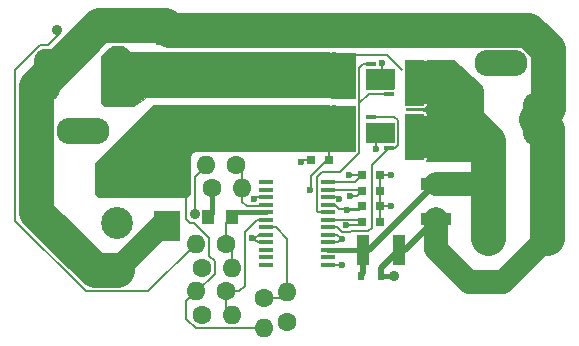
<source format=gtl>
G04 #@! TF.GenerationSoftware,KiCad,Pcbnew,(5.1.9)-1*
G04 #@! TF.CreationDate,2021-05-05T15:58:12+09:00*
G04 #@! TF.ProjectId,PowerPathController_LTC4417,506f7765-7250-4617-9468-436f6e74726f,rev?*
G04 #@! TF.SameCoordinates,Original*
G04 #@! TF.FileFunction,Copper,L1,Top*
G04 #@! TF.FilePolarity,Positive*
%FSLAX46Y46*%
G04 Gerber Fmt 4.6, Leading zero omitted, Abs format (unit mm)*
G04 Created by KiCad (PCBNEW (5.1.9)-1) date 2021-05-05 15:58:12*
%MOMM*%
%LPD*%
G01*
G04 APERTURE LIST*
G04 #@! TA.AperFunction,EtchedComponent*
%ADD10C,0.100000*%
G04 #@! TD*
G04 #@! TA.AperFunction,ComponentPad*
%ADD11C,1.600000*%
G04 #@! TD*
G04 #@! TA.AperFunction,ComponentPad*
%ADD12O,1.600000X1.600000*%
G04 #@! TD*
G04 #@! TA.AperFunction,ComponentPad*
%ADD13R,1.600000X1.600000*%
G04 #@! TD*
G04 #@! TA.AperFunction,SMDPad,CuDef*
%ADD14R,0.863600X0.304800*%
G04 #@! TD*
G04 #@! TA.AperFunction,ComponentPad*
%ADD15C,2.700000*%
G04 #@! TD*
G04 #@! TA.AperFunction,ComponentPad*
%ADD16O,4.500000X2.250000*%
G04 #@! TD*
G04 #@! TA.AperFunction,ComponentPad*
%ADD17O,2.250000X4.500000*%
G04 #@! TD*
G04 #@! TA.AperFunction,ComponentPad*
%ADD18O,2.500000X5.000000*%
G04 #@! TD*
G04 #@! TA.AperFunction,SMDPad,CuDef*
%ADD19R,2.300000X2.500000*%
G04 #@! TD*
G04 #@! TA.AperFunction,SMDPad,CuDef*
%ADD20R,0.800000X0.750000*%
G04 #@! TD*
G04 #@! TA.AperFunction,SMDPad,CuDef*
%ADD21R,1.000000X1.250000*%
G04 #@! TD*
G04 #@! TA.AperFunction,SMDPad,CuDef*
%ADD22R,0.750000X0.800000*%
G04 #@! TD*
G04 #@! TA.AperFunction,SMDPad,CuDef*
%ADD23R,1.000000X2.500000*%
G04 #@! TD*
G04 #@! TA.AperFunction,SMDPad,CuDef*
%ADD24R,2.500000X1.000000*%
G04 #@! TD*
G04 #@! TA.AperFunction,ComponentPad*
%ADD25C,2.000000*%
G04 #@! TD*
G04 #@! TA.AperFunction,ComponentPad*
%ADD26R,2.000000X2.000000*%
G04 #@! TD*
G04 #@! TA.AperFunction,SMDPad,CuDef*
%ADD27R,0.600000X0.800000*%
G04 #@! TD*
G04 #@! TA.AperFunction,SMDPad,CuDef*
%ADD28R,1.200000X0.400000*%
G04 #@! TD*
G04 #@! TA.AperFunction,ViaPad*
%ADD29C,0.600000*%
G04 #@! TD*
G04 #@! TA.AperFunction,ViaPad*
%ADD30C,0.900000*%
G04 #@! TD*
G04 #@! TA.AperFunction,Conductor*
%ADD31C,0.200000*%
G04 #@! TD*
G04 #@! TA.AperFunction,Conductor*
%ADD32C,3.000000*%
G04 #@! TD*
G04 #@! TA.AperFunction,Conductor*
%ADD33C,0.500000*%
G04 #@! TD*
G04 #@! TA.AperFunction,Conductor*
%ADD34C,2.000000*%
G04 #@! TD*
G04 #@! TA.AperFunction,Conductor*
%ADD35C,0.400000*%
G04 #@! TD*
G04 #@! TA.AperFunction,Conductor*
%ADD36C,0.250000*%
G04 #@! TD*
G04 #@! TA.AperFunction,Conductor*
%ADD37C,0.100000*%
G04 #@! TD*
G04 #@! TA.AperFunction,Conductor*
%ADD38C,0.152400*%
G04 #@! TD*
G04 APERTURE END LIST*
D10*
G36*
X156800000Y-94700000D02*
G01*
X155700000Y-94700000D01*
X155700000Y-92300000D01*
X156800000Y-92300000D01*
X156800000Y-91600000D01*
X157100000Y-91600000D01*
X157100000Y-95400000D01*
X156800000Y-95400000D01*
X156800000Y-94700000D01*
G37*
X156800000Y-94700000D02*
X155700000Y-94700000D01*
X155700000Y-92300000D01*
X156800000Y-92300000D01*
X156800000Y-91600000D01*
X157100000Y-91600000D01*
X157100000Y-95400000D01*
X156800000Y-95400000D01*
X156800000Y-94700000D01*
G36*
X155600000Y-91600000D02*
G01*
X157100000Y-91600000D01*
X157100000Y-95400000D01*
X155600000Y-95400000D01*
X155600000Y-91600000D01*
G37*
X155600000Y-91600000D02*
X157100000Y-91600000D01*
X157100000Y-95400000D01*
X155600000Y-95400000D01*
X155600000Y-91600000D01*
G36*
X156806801Y-99232001D02*
G01*
X155706801Y-99232001D01*
X155706801Y-96832001D01*
X156806801Y-96832001D01*
X156806801Y-96132001D01*
X157106801Y-96132001D01*
X157106801Y-99932001D01*
X156806801Y-99932001D01*
X156806801Y-99232001D01*
G37*
X156806801Y-99232001D02*
X155706801Y-99232001D01*
X155706801Y-96832001D01*
X156806801Y-96832001D01*
X156806801Y-96132001D01*
X157106801Y-96132001D01*
X157106801Y-99932001D01*
X156806801Y-99932001D01*
X156806801Y-99232001D01*
G36*
X155606801Y-96132001D02*
G01*
X157106801Y-96132001D01*
X157106801Y-99932001D01*
X155606801Y-99932001D01*
X155606801Y-96132001D01*
G37*
X155606801Y-96132001D02*
X157106801Y-96132001D01*
X157106801Y-99932001D01*
X155606801Y-99932001D01*
X155606801Y-96132001D01*
G36*
X161700000Y-97500000D02*
G01*
X162800000Y-97500000D01*
X162800000Y-99900000D01*
X161700000Y-99900000D01*
X161700000Y-100600000D01*
X161400000Y-100600000D01*
X161400000Y-96800000D01*
X161700000Y-96800000D01*
X161700000Y-97500000D01*
G37*
X161700000Y-97500000D02*
X162800000Y-97500000D01*
X162800000Y-99900000D01*
X161700000Y-99900000D01*
X161700000Y-100600000D01*
X161400000Y-100600000D01*
X161400000Y-96800000D01*
X161700000Y-96800000D01*
X161700000Y-97500000D01*
G36*
X162900000Y-100600000D02*
G01*
X161400000Y-100600000D01*
X161400000Y-96800000D01*
X162900000Y-96800000D01*
X162900000Y-100600000D01*
G37*
X162900000Y-100600000D02*
X161400000Y-100600000D01*
X161400000Y-96800000D01*
X162900000Y-96800000D01*
X162900000Y-100600000D01*
G36*
X161700000Y-92900000D02*
G01*
X162800000Y-92900000D01*
X162800000Y-95300000D01*
X161700000Y-95300000D01*
X161700000Y-96000000D01*
X161400000Y-96000000D01*
X161400000Y-92200000D01*
X161700000Y-92200000D01*
X161700000Y-92900000D01*
G37*
X161700000Y-92900000D02*
X162800000Y-92900000D01*
X162800000Y-95300000D01*
X161700000Y-95300000D01*
X161700000Y-96000000D01*
X161400000Y-96000000D01*
X161400000Y-92200000D01*
X161700000Y-92200000D01*
X161700000Y-92900000D01*
G36*
X162900000Y-96000000D02*
G01*
X161400000Y-96000000D01*
X161400000Y-92200000D01*
X162900000Y-92200000D01*
X162900000Y-96000000D01*
G37*
X162900000Y-96000000D02*
X161400000Y-96000000D01*
X161400000Y-92200000D01*
X162900000Y-92200000D01*
X162900000Y-96000000D01*
D11*
X145050000Y-103100000D03*
D12*
X147590000Y-103100000D03*
D11*
X147100000Y-101100000D03*
D12*
X144560000Y-101100000D03*
D11*
X144150000Y-109800000D03*
D12*
X146690000Y-109800000D03*
D11*
X146200000Y-107800000D03*
D12*
X143660000Y-107800000D03*
D11*
X144150000Y-113800000D03*
D12*
X146690000Y-113800000D03*
D11*
X146200000Y-111800000D03*
D12*
X143660000Y-111800000D03*
D11*
X151400000Y-114400000D03*
D12*
X151400000Y-111860000D03*
D11*
X149400000Y-112400000D03*
D12*
X149400000Y-114940000D03*
D11*
X148500000Y-89800000D03*
D13*
X148500000Y-93300000D03*
D14*
X158474800Y-94474999D03*
X158474800Y-93825001D03*
X158474800Y-93174999D03*
X158474800Y-92525001D03*
X155325200Y-92525001D03*
X155325200Y-93174999D03*
X155325200Y-93825001D03*
X155325200Y-94474999D03*
X158481601Y-99007000D03*
X158481601Y-98357002D03*
X158481601Y-97707000D03*
X158481601Y-97057002D03*
X155332001Y-97057002D03*
X155332001Y-97707000D03*
X155332001Y-98357002D03*
X155332001Y-99007000D03*
X160025200Y-97725001D03*
X160025200Y-98374999D03*
X160025200Y-99025001D03*
X160025200Y-99674999D03*
X163174800Y-99674999D03*
X163174800Y-99025001D03*
X163174800Y-98374999D03*
X163174800Y-97725001D03*
X160025200Y-93125001D03*
X160025200Y-93774999D03*
X160025200Y-94425001D03*
X160025200Y-95074999D03*
X163174800Y-95074999D03*
X163174800Y-94425001D03*
X163174800Y-93774999D03*
X163174800Y-93125001D03*
D15*
X136950000Y-110020000D03*
X136950000Y-106060000D03*
G04 #@! TA.AperFunction,ComponentPad*
G36*
G01*
X135850001Y-100750000D02*
X138049999Y-100750000D01*
G75*
G02*
X138300000Y-101000001I0J-250001D01*
G01*
X138300000Y-103199999D01*
G75*
G02*
X138049999Y-103450000I-250001J0D01*
G01*
X135850001Y-103450000D01*
G75*
G02*
X135600000Y-103199999I0J250001D01*
G01*
X135600000Y-101000001D01*
G75*
G02*
X135850001Y-100750000I250001J0D01*
G01*
G37*
G04 #@! TD.AperFunction*
D16*
X169500000Y-92500000D03*
D17*
X172500000Y-97200000D03*
D18*
X166500000Y-97200000D03*
D19*
X141400000Y-93950000D03*
X141400000Y-89650000D03*
X141200000Y-101950000D03*
X141200000Y-106250000D03*
D20*
X159250000Y-103300000D03*
X157750000Y-103300000D03*
X157750000Y-102000000D03*
X159250000Y-102000000D03*
D21*
X144700000Y-105500000D03*
X146700000Y-105500000D03*
D22*
X153600000Y-92150000D03*
X153600000Y-90650000D03*
D20*
X153450000Y-100700000D03*
X154950000Y-100700000D03*
D23*
X160850000Y-108300000D03*
X157850000Y-108300000D03*
D20*
X159250000Y-104600000D03*
X157750000Y-104600000D03*
X157750000Y-105900000D03*
X159250000Y-105900000D03*
D24*
X164000000Y-102700000D03*
X164000000Y-105700000D03*
D25*
X173400000Y-107300000D03*
D26*
X168400000Y-107300000D03*
D27*
X159350000Y-110500000D03*
X157650000Y-110500000D03*
D28*
X154825001Y-102582501D03*
X154825001Y-103217501D03*
X154825001Y-103852501D03*
X154825001Y-104487501D03*
X154825001Y-105122501D03*
X154825001Y-105757501D03*
X154825001Y-106392501D03*
X154825001Y-107027501D03*
X154825001Y-107662501D03*
X154825001Y-108297501D03*
X154825001Y-108932501D03*
X154825001Y-109567501D03*
X149625001Y-109567501D03*
X149625001Y-108932501D03*
X149625001Y-108297501D03*
X149625001Y-107662501D03*
X149625001Y-107027501D03*
X149625001Y-106392501D03*
X149625001Y-105757501D03*
X149625001Y-105122501D03*
X149625001Y-104487501D03*
X149625001Y-103852501D03*
X149625001Y-103217501D03*
X149625001Y-102582501D03*
D18*
X137100000Y-93500000D03*
D17*
X131100000Y-93500000D03*
D16*
X134100000Y-98200000D03*
D29*
X160200000Y-102000000D03*
X160200000Y-104600000D03*
X156000000Y-107400000D03*
X156000000Y-109600000D03*
D30*
X160400000Y-110500000D03*
D29*
X148400000Y-107300000D03*
X148600000Y-104000000D03*
X152600000Y-100900000D03*
X155821805Y-103983283D03*
X156600000Y-102000000D03*
D30*
X154500000Y-92000000D03*
X154500000Y-92900000D03*
X154500000Y-93800000D03*
X154500000Y-94700000D03*
X143549998Y-105300000D03*
X131900000Y-89700000D03*
D29*
X156700000Y-103700000D03*
D30*
X154500000Y-96500000D03*
X154500000Y-97500000D03*
X154500000Y-98500000D03*
X154500000Y-99500000D03*
D29*
X153324990Y-103200000D03*
X156500000Y-104900000D03*
X159406602Y-92500000D03*
X156400000Y-106200000D03*
X158900000Y-99800000D03*
D31*
X159824401Y-91800000D02*
X161100000Y-93075599D01*
X156800000Y-91800000D02*
X159824401Y-91800000D01*
D32*
X130149990Y-105079178D02*
X135090812Y-110020000D01*
X130149990Y-94450010D02*
X130149990Y-105079178D01*
X135090812Y-110020000D02*
X137000000Y-110020000D01*
X131100000Y-93500000D02*
X130149990Y-94450010D01*
D33*
X159350000Y-109800000D02*
X160850000Y-108300000D01*
X159350000Y-110500000D02*
X159350000Y-109800000D01*
X161400000Y-108300000D02*
X164000000Y-105700000D01*
X160850000Y-108300000D02*
X161400000Y-108300000D01*
X164000000Y-105700000D02*
X164700000Y-105700000D01*
D31*
X159250000Y-102000000D02*
X159250000Y-103300000D01*
X159250000Y-103300000D02*
X159250000Y-104600000D01*
X159250000Y-105900000D02*
X159250000Y-104600000D01*
X159250000Y-102000000D02*
X160200000Y-102000000D01*
X159250000Y-104600000D02*
X160200000Y-104600000D01*
X155627501Y-107027501D02*
X156000000Y-107400000D01*
X154825001Y-107027501D02*
X155627501Y-107027501D01*
X155737499Y-107662501D02*
X156000000Y-107400000D01*
X154825001Y-107662501D02*
X155737499Y-107662501D01*
X155967501Y-109567501D02*
X156000000Y-109600000D01*
X154825001Y-109567501D02*
X155967501Y-109567501D01*
X149625001Y-107662501D02*
X148937499Y-107662501D01*
X149625001Y-107027501D02*
X148972499Y-107027501D01*
X148972499Y-107027501D02*
X148700000Y-107300000D01*
X148700000Y-107425002D02*
X148937499Y-107662501D01*
X148700000Y-107300000D02*
X148700000Y-107425002D01*
D34*
X140720000Y-106250000D02*
X136950000Y-110020000D01*
X141200000Y-106250000D02*
X140720000Y-106250000D01*
D32*
X173450010Y-96249990D02*
X172500000Y-97200000D01*
X173450010Y-91329843D02*
X173450010Y-96249990D01*
X171770167Y-89650000D02*
X173450010Y-91329843D01*
X141400000Y-89650000D02*
X171770167Y-89650000D01*
X173400000Y-98100000D02*
X172500000Y-97200000D01*
X173400000Y-107300000D02*
X173400000Y-98100000D01*
D34*
X164000000Y-108200000D02*
X166800000Y-111000000D01*
X164000000Y-105700000D02*
X164000000Y-108200000D01*
X169700000Y-111000000D02*
X173400000Y-107300000D01*
X166800000Y-111000000D02*
X169700000Y-111000000D01*
D35*
X159350000Y-110500000D02*
X160400000Y-110500000D01*
D32*
X141049990Y-89299990D02*
X141400000Y-89650000D01*
X131282004Y-93500000D02*
X135482014Y-89299990D01*
X131100000Y-93500000D02*
X131282004Y-93500000D01*
X135482014Y-89299990D02*
X141049990Y-89299990D01*
D35*
X145050000Y-105150000D02*
X144700000Y-105500000D01*
X145050000Y-103100000D02*
X145050000Y-105150000D01*
D31*
X148700000Y-107300000D02*
X148400000Y-107300000D01*
X149625001Y-103852501D02*
X148747499Y-103852501D01*
X148747499Y-103852501D02*
X148600000Y-104000000D01*
X152800000Y-100700000D02*
X152600000Y-100900000D01*
X153450000Y-100700000D02*
X152800000Y-100700000D01*
X155691023Y-103852501D02*
X155821805Y-103983283D01*
X154825001Y-103852501D02*
X155691023Y-103852501D01*
X157167499Y-102582501D02*
X157750000Y-102000000D01*
X154825001Y-102582501D02*
X157167499Y-102582501D01*
X157750000Y-102000000D02*
X156600000Y-102000000D01*
X143549998Y-102110002D02*
X143549998Y-105300000D01*
X144560000Y-101100000D02*
X143549998Y-102110002D01*
X132127201Y-89927201D02*
X131900000Y-89700000D01*
X131104412Y-90949990D02*
X132127201Y-89927201D01*
X130509742Y-90949990D02*
X131104412Y-90949990D01*
X128349980Y-105824766D02*
X128349982Y-93109750D01*
X134345223Y-111820009D02*
X128349980Y-105824766D01*
X128349982Y-93109750D02*
X130509742Y-90949990D01*
X134345224Y-111820010D02*
X134345223Y-111820009D01*
X139639990Y-111820010D02*
X134345224Y-111820010D01*
X143660000Y-107800000D02*
X139639990Y-111820010D01*
D34*
X155325200Y-92525001D02*
X155325200Y-94474999D01*
D31*
X157750000Y-103500000D02*
X157449998Y-103199998D01*
X157449998Y-103199998D02*
X154842504Y-103199998D01*
X154842504Y-103199998D02*
X154825001Y-103217501D01*
X142860001Y-112599999D02*
X143660000Y-111800000D01*
X142860001Y-114138003D02*
X142860001Y-112599999D01*
X143661998Y-114940000D02*
X142860001Y-114138003D01*
X149400000Y-114940000D02*
X143661998Y-114940000D01*
X143660000Y-111800000D02*
X143778002Y-111800000D01*
X142799996Y-103500004D02*
X142800000Y-103500000D01*
X143778002Y-111800000D02*
X145250001Y-110328001D01*
X145250001Y-110328001D02*
X145250001Y-109271999D01*
X145250001Y-109271999D02*
X144760001Y-108781999D01*
X143189996Y-106050002D02*
X142799996Y-105660002D01*
X144760001Y-108781999D02*
X144760001Y-107271999D01*
X144760001Y-107271999D02*
X143538004Y-106050002D01*
X143538004Y-106050002D02*
X143189996Y-106050002D01*
X142799996Y-105660002D02*
X142799996Y-103500004D01*
X154950000Y-99950000D02*
X154500000Y-99500000D01*
X154950000Y-100700000D02*
X154950000Y-99950000D01*
X154765002Y-100700000D02*
X153400000Y-102065002D01*
X154950000Y-100700000D02*
X154765002Y-100700000D01*
X153400000Y-103124990D02*
X153324990Y-103200000D01*
X153400000Y-102065002D02*
X153400000Y-103124990D01*
X157350000Y-103700000D02*
X157750000Y-103300000D01*
X156700000Y-103700000D02*
X157350000Y-103700000D01*
D34*
X155332001Y-97057002D02*
X155332001Y-99007000D01*
D35*
X146722501Y-105122501D02*
X146700000Y-105100000D01*
X149625001Y-105122501D02*
X146722501Y-105122501D01*
D31*
X146690000Y-108290000D02*
X146200000Y-107800000D01*
X146690000Y-109800000D02*
X146690000Y-108290000D01*
X146200000Y-106000000D02*
X146700000Y-105500000D01*
X146200000Y-107800000D02*
X146200000Y-106000000D01*
D34*
X164000000Y-102700000D02*
X168200000Y-102700000D01*
D36*
X157847501Y-108297501D02*
X157850000Y-108300000D01*
D35*
X154825001Y-108297501D02*
X157847501Y-108297501D01*
D33*
X157850000Y-110300000D02*
X157650000Y-110500000D01*
X157850000Y-108300000D02*
X157850000Y-110300000D01*
X163889998Y-102700000D02*
X164000000Y-102700000D01*
X158289998Y-108300000D02*
X163889998Y-102700000D01*
X157850000Y-108300000D02*
X158289998Y-108300000D01*
D32*
X163174800Y-94425001D02*
X163174800Y-93774999D01*
X163174800Y-98374999D02*
X163174800Y-99025001D01*
X168400000Y-99100000D02*
X166500000Y-97200000D01*
X168400000Y-107300000D02*
X168400000Y-99100000D01*
D31*
X159406602Y-92500000D02*
X159406602Y-93093398D01*
X157450000Y-104900000D02*
X157750000Y-104600000D01*
X156500000Y-104900000D02*
X157450000Y-104900000D01*
X154825001Y-104487501D02*
X155438019Y-104487501D01*
X155438019Y-104487501D02*
X155750518Y-104800000D01*
X155750518Y-104800000D02*
X157750000Y-104800000D01*
X157407501Y-105757501D02*
X154825001Y-105757501D01*
X157750000Y-106100000D02*
X157407501Y-105757501D01*
X158900000Y-99800000D02*
X158900000Y-98800000D01*
X157450000Y-106200000D02*
X157750000Y-105900000D01*
X156400000Y-106200000D02*
X157450000Y-106200000D01*
X150425001Y-106392501D02*
X149625001Y-106392501D01*
X151400000Y-107367500D02*
X150425001Y-106392501D01*
X151400000Y-111860000D02*
X151400000Y-107367500D01*
X150860000Y-112400000D02*
X151400000Y-111860000D01*
X149400000Y-112400000D02*
X150860000Y-112400000D01*
X148825001Y-105757501D02*
X149625001Y-105757501D01*
X146200000Y-113310000D02*
X146690000Y-113800000D01*
X146200000Y-111800000D02*
X146200000Y-113310000D01*
X147331370Y-111800000D02*
X146200000Y-111800000D01*
X147790001Y-111341369D02*
X147331370Y-111800000D01*
X147790001Y-106792501D02*
X147790001Y-111341369D01*
X148825001Y-105757501D02*
X147790001Y-106792501D01*
X147590000Y-101590000D02*
X147100000Y-101100000D01*
X147590000Y-103100000D02*
X147590000Y-101590000D01*
X149512500Y-104600002D02*
X147958632Y-104600002D01*
X149625001Y-104487501D02*
X149512500Y-104600002D01*
X147958632Y-104600002D02*
X147590000Y-104231370D01*
X147590000Y-104231370D02*
X147590000Y-103100000D01*
X157843000Y-92525001D02*
X157500000Y-92868001D01*
X158474800Y-92525001D02*
X157843000Y-92525001D01*
X160025200Y-95074999D02*
X158325001Y-95074999D01*
X158325001Y-95074999D02*
X157500000Y-95900000D01*
X157500000Y-92868001D02*
X157500000Y-95900000D01*
X154367500Y-101700000D02*
X153925000Y-102142500D01*
X157500000Y-95900000D02*
X157500000Y-100100000D01*
X157500000Y-100100000D02*
X155900000Y-101700000D01*
X155900000Y-101700000D02*
X154367500Y-101700000D01*
X153925000Y-102142500D02*
X153925000Y-105022500D01*
X153925000Y-105022500D02*
X154025001Y-105122501D01*
X154025001Y-105122501D02*
X154825001Y-105122501D01*
X160499404Y-99674999D02*
X160025200Y-99674999D01*
X160757001Y-99417402D02*
X160499404Y-99674999D01*
X160757001Y-97332600D02*
X160757001Y-99417402D01*
X160481403Y-97057002D02*
X160757001Y-97332600D01*
X158481601Y-97057002D02*
X160481403Y-97057002D01*
X156032502Y-106800002D02*
X155625001Y-106392501D01*
X155625001Y-106392501D02*
X154825001Y-106392501D01*
X160025200Y-99674999D02*
X158549999Y-101150200D01*
X158549999Y-106415003D02*
X158265000Y-106700002D01*
X158549999Y-101150200D02*
X158549999Y-106415003D01*
X158265000Y-106700002D02*
X156788002Y-106700002D01*
X156688002Y-106800002D02*
X156032502Y-106800002D01*
X156788002Y-106700002D02*
X156688002Y-106800002D01*
D37*
X165512378Y-92264914D02*
X165618348Y-92307493D01*
X165712759Y-92377313D01*
X167805479Y-94382837D01*
X167883890Y-94481894D01*
X167931215Y-94595279D01*
X167946491Y-94720680D01*
X167857879Y-100303248D01*
X167833470Y-100444287D01*
X167768907Y-100567592D01*
X167669703Y-100665234D01*
X167545386Y-100727833D01*
X167403978Y-100750000D01*
X163158313Y-100750000D01*
X163162123Y-100742953D01*
X163175741Y-100718183D01*
X163176060Y-100717179D01*
X163176559Y-100716255D01*
X163184909Y-100689280D01*
X163193444Y-100662374D01*
X163193561Y-100661331D01*
X163193873Y-100660323D01*
X163196828Y-100632204D01*
X163199971Y-100604189D01*
X163199985Y-100602170D01*
X163199993Y-100602094D01*
X163199986Y-100602017D01*
X163200000Y-100600000D01*
X163200000Y-96800000D01*
X163197243Y-96771881D01*
X163194686Y-96743786D01*
X163194390Y-96742780D01*
X163194287Y-96741730D01*
X163186108Y-96714639D01*
X163178155Y-96687618D01*
X163177668Y-96686687D01*
X163177364Y-96685679D01*
X163164110Y-96660753D01*
X163151029Y-96635731D01*
X163150369Y-96634910D01*
X163149876Y-96633983D01*
X163132072Y-96612153D01*
X163114342Y-96590101D01*
X163113534Y-96589423D01*
X163112871Y-96588610D01*
X163091145Y-96570636D01*
X163069490Y-96552466D01*
X163068568Y-96551959D01*
X163067758Y-96551289D01*
X163042953Y-96537877D01*
X163018183Y-96524259D01*
X163017179Y-96523940D01*
X163016255Y-96523441D01*
X162989280Y-96515091D01*
X162962374Y-96506556D01*
X162961331Y-96506439D01*
X162960323Y-96506127D01*
X162932204Y-96503172D01*
X162904189Y-96500029D01*
X162902170Y-96500015D01*
X162902094Y-96500007D01*
X162902017Y-96500014D01*
X162900000Y-96500000D01*
X161450000Y-96500000D01*
X161450000Y-96300000D01*
X162900000Y-96300000D01*
X162928119Y-96297243D01*
X162956214Y-96294686D01*
X162957220Y-96294390D01*
X162958270Y-96294287D01*
X162985361Y-96286108D01*
X163012382Y-96278155D01*
X163013313Y-96277668D01*
X163014321Y-96277364D01*
X163039247Y-96264110D01*
X163064269Y-96251029D01*
X163065090Y-96250369D01*
X163066017Y-96249876D01*
X163087847Y-96232072D01*
X163109899Y-96214342D01*
X163110577Y-96213534D01*
X163111390Y-96212871D01*
X163129364Y-96191145D01*
X163147534Y-96169490D01*
X163148041Y-96168568D01*
X163148711Y-96167758D01*
X163162123Y-96142953D01*
X163175741Y-96118183D01*
X163176060Y-96117179D01*
X163176559Y-96116255D01*
X163184909Y-96089280D01*
X163193444Y-96062374D01*
X163193561Y-96061331D01*
X163193873Y-96060323D01*
X163196828Y-96032204D01*
X163199971Y-96004189D01*
X163199985Y-96002170D01*
X163199993Y-96002094D01*
X163199986Y-96002017D01*
X163200000Y-96000000D01*
X163200000Y-92250000D01*
X165395909Y-92250000D01*
X165512378Y-92264914D01*
G04 #@! TA.AperFunction,Conductor*
D38*
G36*
X165512378Y-92264914D02*
G01*
X165618348Y-92307493D01*
X165712759Y-92377313D01*
X167805479Y-94382837D01*
X167883890Y-94481894D01*
X167931215Y-94595279D01*
X167946491Y-94720680D01*
X167857879Y-100303248D01*
X167833470Y-100444287D01*
X167768907Y-100567592D01*
X167669703Y-100665234D01*
X167545386Y-100727833D01*
X167403978Y-100750000D01*
X163158313Y-100750000D01*
X163162123Y-100742953D01*
X163175741Y-100718183D01*
X163176060Y-100717179D01*
X163176559Y-100716255D01*
X163184909Y-100689280D01*
X163193444Y-100662374D01*
X163193561Y-100661331D01*
X163193873Y-100660323D01*
X163196828Y-100632204D01*
X163199971Y-100604189D01*
X163199985Y-100602170D01*
X163199993Y-100602094D01*
X163199986Y-100602017D01*
X163200000Y-100600000D01*
X163200000Y-96800000D01*
X163197243Y-96771881D01*
X163194686Y-96743786D01*
X163194390Y-96742780D01*
X163194287Y-96741730D01*
X163186108Y-96714639D01*
X163178155Y-96687618D01*
X163177668Y-96686687D01*
X163177364Y-96685679D01*
X163164110Y-96660753D01*
X163151029Y-96635731D01*
X163150369Y-96634910D01*
X163149876Y-96633983D01*
X163132072Y-96612153D01*
X163114342Y-96590101D01*
X163113534Y-96589423D01*
X163112871Y-96588610D01*
X163091145Y-96570636D01*
X163069490Y-96552466D01*
X163068568Y-96551959D01*
X163067758Y-96551289D01*
X163042953Y-96537877D01*
X163018183Y-96524259D01*
X163017179Y-96523940D01*
X163016255Y-96523441D01*
X162989280Y-96515091D01*
X162962374Y-96506556D01*
X162961331Y-96506439D01*
X162960323Y-96506127D01*
X162932204Y-96503172D01*
X162904189Y-96500029D01*
X162902170Y-96500015D01*
X162902094Y-96500007D01*
X162902017Y-96500014D01*
X162900000Y-96500000D01*
X161450000Y-96500000D01*
X161450000Y-96300000D01*
X162900000Y-96300000D01*
X162928119Y-96297243D01*
X162956214Y-96294686D01*
X162957220Y-96294390D01*
X162958270Y-96294287D01*
X162985361Y-96286108D01*
X163012382Y-96278155D01*
X163013313Y-96277668D01*
X163014321Y-96277364D01*
X163039247Y-96264110D01*
X163064269Y-96251029D01*
X163065090Y-96250369D01*
X163066017Y-96249876D01*
X163087847Y-96232072D01*
X163109899Y-96214342D01*
X163110577Y-96213534D01*
X163111390Y-96212871D01*
X163129364Y-96191145D01*
X163147534Y-96169490D01*
X163148041Y-96168568D01*
X163148711Y-96167758D01*
X163162123Y-96142953D01*
X163175741Y-96118183D01*
X163176060Y-96117179D01*
X163176559Y-96116255D01*
X163184909Y-96089280D01*
X163193444Y-96062374D01*
X163193561Y-96061331D01*
X163193873Y-96060323D01*
X163196828Y-96032204D01*
X163199971Y-96004189D01*
X163199985Y-96002170D01*
X163199993Y-96002094D01*
X163199986Y-96002017D01*
X163200000Y-96000000D01*
X163200000Y-92250000D01*
X165395909Y-92250000D01*
X165512378Y-92264914D01*
G37*
G04 #@! TD.AperFunction*
D37*
X160432443Y-92967557D02*
X160450000Y-93009945D01*
X160450000Y-94590055D01*
X160432443Y-94632443D01*
X160390055Y-94650000D01*
X158109945Y-94650000D01*
X158067557Y-94632443D01*
X158050000Y-94590055D01*
X158050000Y-93009945D01*
X158067557Y-92967557D01*
X158109945Y-92950000D01*
X160390055Y-92950000D01*
X160432443Y-92967557D01*
G04 #@! TA.AperFunction,Conductor*
D38*
G36*
X160432443Y-92967557D02*
G01*
X160450000Y-93009945D01*
X160450000Y-94590055D01*
X160432443Y-94632443D01*
X160390055Y-94650000D01*
X158109945Y-94650000D01*
X158067557Y-94632443D01*
X158050000Y-94590055D01*
X158050000Y-93009945D01*
X158067557Y-92967557D01*
X158109945Y-92950000D01*
X160390055Y-92950000D01*
X160432443Y-92967557D01*
G37*
G04 #@! TD.AperFunction*
D37*
X160407001Y-97557019D02*
X160407002Y-99142981D01*
X160390055Y-99150000D01*
X158109945Y-99150000D01*
X158067557Y-99132443D01*
X158050000Y-99090055D01*
X158050000Y-97609945D01*
X158067557Y-97567557D01*
X158109945Y-97550000D01*
X160390055Y-97550000D01*
X160407001Y-97557019D01*
G04 #@! TA.AperFunction,Conductor*
D38*
G36*
X160407001Y-97557019D02*
G01*
X160407002Y-99142981D01*
X160390055Y-99150000D01*
X158109945Y-99150000D01*
X158067557Y-99132443D01*
X158050000Y-99090055D01*
X158050000Y-97609945D01*
X158067557Y-97567557D01*
X158109945Y-97550000D01*
X160390055Y-97550000D01*
X160407001Y-97557019D01*
G37*
G04 #@! TD.AperFunction*
D37*
X154916357Y-91565750D02*
X155024786Y-91610663D01*
X155117893Y-91682107D01*
X155189337Y-91775214D01*
X155234250Y-91883643D01*
X155250000Y-92003275D01*
X155250000Y-94896725D01*
X155234250Y-95016357D01*
X155189337Y-95124786D01*
X155117893Y-95217893D01*
X155024786Y-95289337D01*
X154916357Y-95334250D01*
X154796725Y-95350000D01*
X139662592Y-95350000D01*
X139654764Y-95350617D01*
X139500142Y-95375126D01*
X139490658Y-95377602D01*
X139485255Y-95379967D01*
X139345791Y-95451090D01*
X139339097Y-95455195D01*
X138505266Y-96061618D01*
X138376375Y-96127349D01*
X138233473Y-96150000D01*
X136103275Y-96150000D01*
X135983643Y-96134250D01*
X135875214Y-96089337D01*
X135782107Y-96017893D01*
X135710663Y-95924786D01*
X135665750Y-95816357D01*
X135650000Y-95696725D01*
X135650000Y-92003275D01*
X135665750Y-91883643D01*
X135710663Y-91775214D01*
X135782107Y-91682107D01*
X135875214Y-91610663D01*
X135983643Y-91565750D01*
X136103275Y-91550000D01*
X154796725Y-91550000D01*
X154916357Y-91565750D01*
G04 #@! TA.AperFunction,Conductor*
D38*
G36*
X154916357Y-91565750D02*
G01*
X155024786Y-91610663D01*
X155117893Y-91682107D01*
X155189337Y-91775214D01*
X155234250Y-91883643D01*
X155250000Y-92003275D01*
X155250000Y-94896725D01*
X155234250Y-95016357D01*
X155189337Y-95124786D01*
X155117893Y-95217893D01*
X155024786Y-95289337D01*
X154916357Y-95334250D01*
X154796725Y-95350000D01*
X139662592Y-95350000D01*
X139654764Y-95350617D01*
X139500142Y-95375126D01*
X139490658Y-95377602D01*
X139485255Y-95379967D01*
X139345791Y-95451090D01*
X139339097Y-95455195D01*
X138505266Y-96061618D01*
X138376375Y-96127349D01*
X138233473Y-96150000D01*
X136103275Y-96150000D01*
X135983643Y-96134250D01*
X135875214Y-96089337D01*
X135782107Y-96017893D01*
X135710663Y-95924786D01*
X135665750Y-95816357D01*
X135650000Y-95696725D01*
X135650000Y-92003275D01*
X135665750Y-91883643D01*
X135710663Y-91775214D01*
X135782107Y-91682107D01*
X135875214Y-91610663D01*
X135983643Y-91565750D01*
X136103275Y-91550000D01*
X154796725Y-91550000D01*
X154916357Y-91565750D01*
G37*
G04 #@! TD.AperFunction*
D37*
X154916357Y-96065750D02*
X155024786Y-96110663D01*
X155117893Y-96182107D01*
X155189337Y-96275214D01*
X155234250Y-96383643D01*
X155250000Y-96503275D01*
X155250000Y-99495685D01*
X155234208Y-99615472D01*
X155189181Y-99724019D01*
X155117564Y-99817186D01*
X155024250Y-99888611D01*
X154915608Y-99933414D01*
X154795786Y-99948958D01*
X143701136Y-99926035D01*
X143694601Y-99926450D01*
X143564990Y-99943264D01*
X143552359Y-99946625D01*
X143431534Y-99996453D01*
X143420207Y-100002973D01*
X143316422Y-100082412D01*
X143307171Y-100091644D01*
X143227519Y-100195264D01*
X143220976Y-100206578D01*
X143170898Y-100327300D01*
X143167511Y-100339923D01*
X143150429Y-100469499D01*
X143150000Y-100476034D01*
X143150000Y-103396725D01*
X143134250Y-103516357D01*
X143089337Y-103624786D01*
X143017893Y-103717893D01*
X142924786Y-103789337D01*
X142816357Y-103834250D01*
X142696725Y-103850000D01*
X135603275Y-103850000D01*
X135483643Y-103834250D01*
X135375214Y-103789337D01*
X135282107Y-103717893D01*
X135210663Y-103624786D01*
X135165750Y-103516357D01*
X135150000Y-103396725D01*
X135150000Y-101110382D01*
X135165750Y-100990750D01*
X135210661Y-100882324D01*
X135284123Y-100786587D01*
X139886587Y-96184123D01*
X139982324Y-96110661D01*
X140090750Y-96065750D01*
X140210382Y-96050000D01*
X154796725Y-96050000D01*
X154916357Y-96065750D01*
G04 #@! TA.AperFunction,Conductor*
D38*
G36*
X154916357Y-96065750D02*
G01*
X155024786Y-96110663D01*
X155117893Y-96182107D01*
X155189337Y-96275214D01*
X155234250Y-96383643D01*
X155250000Y-96503275D01*
X155250000Y-99495685D01*
X155234208Y-99615472D01*
X155189181Y-99724019D01*
X155117564Y-99817186D01*
X155024250Y-99888611D01*
X154915608Y-99933414D01*
X154795786Y-99948958D01*
X143701136Y-99926035D01*
X143694601Y-99926450D01*
X143564990Y-99943264D01*
X143552359Y-99946625D01*
X143431534Y-99996453D01*
X143420207Y-100002973D01*
X143316422Y-100082412D01*
X143307171Y-100091644D01*
X143227519Y-100195264D01*
X143220976Y-100206578D01*
X143170898Y-100327300D01*
X143167511Y-100339923D01*
X143150429Y-100469499D01*
X143150000Y-100476034D01*
X143150000Y-103396725D01*
X143134250Y-103516357D01*
X143089337Y-103624786D01*
X143017893Y-103717893D01*
X142924786Y-103789337D01*
X142816357Y-103834250D01*
X142696725Y-103850000D01*
X135603275Y-103850000D01*
X135483643Y-103834250D01*
X135375214Y-103789337D01*
X135282107Y-103717893D01*
X135210663Y-103624786D01*
X135165750Y-103516357D01*
X135150000Y-103396725D01*
X135150000Y-101110382D01*
X135165750Y-100990750D01*
X135210661Y-100882324D01*
X135284123Y-100786587D01*
X139886587Y-96184123D01*
X139982324Y-96110661D01*
X140090750Y-96065750D01*
X140210382Y-96050000D01*
X154796725Y-96050000D01*
X154916357Y-96065750D01*
G37*
G04 #@! TD.AperFunction*
M02*

</source>
